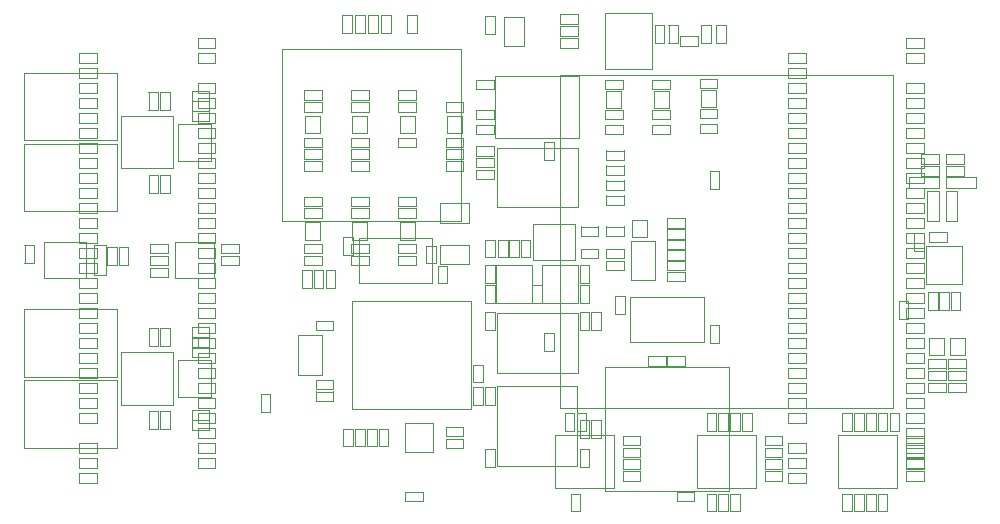
<source format=gbr>
%TF.GenerationSoftware,Altium Limited,Altium Designer,20.0.13 (296)*%
G04 Layer_Color=32768*
%FSLAX26Y26*%
%MOIN*%
%TF.FileFunction,Other,Mechanical_15*%
%TF.Part,Single*%
G01*
G75*
%TA.AperFunction,NonConductor*%
%ADD59C,0.003937*%
%ADD62C,0.001968*%
%ADD63C,0.000787*%
D59*
X2893701Y29527D02*
Y206693D01*
X2696850D02*
X2893701D01*
X2696850Y29527D02*
Y206693D01*
Y29527D02*
X2893701D01*
X1098472Y712402D02*
X1343472D01*
Y862402D01*
X1098472D02*
X1343472D01*
X1098472Y712402D02*
Y862402D01*
X1948819Y29527D02*
Y206693D01*
X1751968D02*
X1948819D01*
X1751968Y29527D02*
Y206693D01*
Y29527D02*
X1948819D01*
X2421260D02*
Y206693D01*
X2224409D02*
X2421260D01*
X2224409Y29527D02*
Y206693D01*
Y29527D02*
X2421260D01*
X2247984Y515551D02*
Y665551D01*
X2002984Y515551D02*
X2247984D01*
X2002984D02*
Y665551D01*
X2247984D01*
D62*
X1368323Y774087D02*
X1466323D01*
X1368323D02*
Y840087D01*
X1466323D01*
Y774087D02*
Y840087D01*
X497181Y332701D02*
Y454701D01*
X605181D01*
X497181Y332701D02*
X605181D01*
Y454701D01*
X1557913Y103221D02*
X1826913D01*
Y370221D01*
X1557913D02*
X1826913D01*
X1557913Y103221D02*
Y370221D01*
X1558913Y1161992D02*
X1827913D01*
X1558913Y963992D02*
Y1161992D01*
Y963992D02*
X1827913D01*
Y1161992D01*
X1919291Y433071D02*
X2332677D01*
Y19685D02*
Y433071D01*
X1919291Y19685D02*
X2332677D01*
X1919291D02*
Y433071D01*
X1829685Y644661D02*
Y772661D01*
X1709685Y644661D02*
X1829685D01*
X1709685D02*
Y772661D01*
X1829685D01*
X1679606Y907244D02*
X1819606D01*
Y787244D02*
Y907244D01*
X1679606Y787244D02*
X1819606D01*
X1679606D02*
Y907244D01*
X2007480Y864701D02*
X2057480D01*
X2007480Y922701D02*
X2057480D01*
X2007480Y864701D02*
Y922701D01*
X2057480Y864701D02*
Y922701D01*
X1831913Y1196213D02*
Y1402213D01*
X1553913Y1196213D02*
X1831913D01*
X1553913Y1402213D02*
X1831913D01*
X1553913Y1196213D02*
Y1402213D01*
X2007244Y722402D02*
Y852402D01*
X2087244Y722402D02*
Y852402D01*
X2007244D02*
X2087244D01*
X2007244Y722402D02*
X2087244D01*
X1252213Y149850D02*
Y243850D01*
Y149850D02*
X1346213D01*
Y243850D01*
X1252213D02*
X1346213D01*
X1075032Y293441D02*
X1472032D01*
X1075032D02*
Y652441D01*
X1472032D01*
Y293441D02*
Y652441D01*
X306701Y306701D02*
Y480701D01*
Y306701D02*
X480701D01*
Y480701D01*
X306701D02*
X480701D01*
X2992811Y1017992D02*
X3030811D01*
X2992811Y917992D02*
X3030811D01*
Y1017992D01*
X2992811Y917992D02*
Y1017992D01*
X1767835Y1406772D02*
X2877835D01*
X1767835Y296772D02*
X2877835D01*
X1767835D02*
Y1406772D01*
X2877835Y296772D02*
Y1406772D01*
X896614Y539441D02*
X976614D01*
Y406441D02*
Y539441D01*
X896614Y406441D02*
X976614D01*
X896614D02*
Y539441D01*
X1919708Y1424937D02*
Y1612937D01*
X2076708Y1424937D02*
Y1612937D01*
X1919708Y1424937D02*
X2076708D01*
X1919708Y1612937D02*
X2076708D01*
X842732Y1491047D02*
X1440732D01*
X842732Y919047D02*
X1440732D01*
Y1491047D01*
X842732Y919047D02*
Y1491047D01*
X292795Y399811D02*
Y623811D01*
X-17205D02*
X292795D01*
X-17205Y399811D02*
Y623811D01*
Y399811D02*
X292795D01*
X217220Y737402D02*
X255220D01*
X217220Y837402D02*
X255220D01*
X217220Y737402D02*
Y837402D01*
X255220Y737402D02*
Y837402D01*
X292795Y950992D02*
Y1174992D01*
X-17205D02*
X292795D01*
X-17205Y950992D02*
Y1174992D01*
Y950992D02*
X292795D01*
Y1187213D02*
Y1411213D01*
X-17205D02*
X292795D01*
X-17205Y1187213D02*
Y1411213D01*
Y1187213D02*
X292795D01*
Y163591D02*
Y387591D01*
X-17205D02*
X292795D01*
X-17205Y163591D02*
Y387591D01*
Y163591D02*
X292795D01*
X3155807Y1027732D02*
Y1065732D01*
X3055807Y1027732D02*
Y1065732D01*
Y1027732D02*
X3155807D01*
X3055807Y1065732D02*
X3155807D01*
X2930807Y1027732D02*
Y1065732D01*
X3030807Y1027732D02*
Y1065732D01*
X2930807D02*
X3030807D01*
X2930807Y1027732D02*
X3030807D01*
X1368323Y911882D02*
X1466323D01*
X1368323D02*
Y977882D01*
X1466323D01*
Y911882D02*
Y977882D01*
X1648000Y1501000D02*
Y1599000D01*
X1582000D02*
X1648000D01*
X1582000Y1501000D02*
Y1599000D01*
Y1501000D02*
X1648000D01*
X3055803Y1017992D02*
X3093803D01*
X3055803Y917992D02*
X3093803D01*
Y1017992D01*
X3055803Y917992D02*
Y1017992D01*
X306701Y1094102D02*
Y1268102D01*
Y1094102D02*
X480701D01*
Y1268102D01*
X306701D02*
X480701D01*
X3067441Y471748D02*
X3117441D01*
X3067441Y529748D02*
X3117441D01*
Y471748D02*
Y529748D01*
X3067441Y471748D02*
Y529748D01*
X2999685Y471748D02*
X3049685D01*
X2999685Y529748D02*
X3049685D01*
Y471748D02*
Y529748D01*
X2999685Y471748D02*
Y529748D01*
X1392323Y1211158D02*
X1442323D01*
X1392323Y1269158D02*
X1442323D01*
Y1211158D02*
Y1269158D01*
X1392323Y1211158D02*
Y1269158D01*
X1234842Y1211158D02*
X1284842D01*
X1234842Y1269158D02*
X1284842D01*
Y1211158D02*
Y1269158D01*
X1234842Y1211158D02*
Y1269158D01*
X1077362Y1211158D02*
X1127362D01*
X1077362Y1269158D02*
X1127362D01*
Y1211158D02*
Y1269158D01*
X1077362Y1211158D02*
Y1269158D01*
X919882Y1211158D02*
X969882D01*
X919882Y1269158D02*
X969882D01*
Y1211158D02*
Y1269158D01*
X919882Y1211158D02*
Y1269158D01*
X2081299Y1295213D02*
X2131299D01*
X2081299Y1353213D02*
X2131299D01*
X2081299Y1295213D02*
Y1353213D01*
X2131299Y1295213D02*
Y1353213D01*
X1923819Y1295213D02*
X1973819D01*
X1923819Y1353213D02*
X1973819D01*
X1923819Y1295213D02*
Y1353213D01*
X1973819Y1295213D02*
Y1353213D01*
X2238780Y1298165D02*
X2288780D01*
X2238780Y1356165D02*
X2288780D01*
X2238780Y1298165D02*
Y1356165D01*
X2288780Y1298165D02*
Y1356165D01*
X1077362Y914827D02*
X1127362D01*
X1077362Y856827D02*
X1127362D01*
X1077362D02*
Y914827D01*
X1127362Y856827D02*
Y914827D01*
X1234842D02*
X1284842D01*
X1234842Y856827D02*
X1284842D01*
X1234842D02*
Y914827D01*
X1284842Y856827D02*
Y914827D01*
X919882D02*
X969882D01*
X919882Y856827D02*
X969882D01*
X919882D02*
Y914827D01*
X969882Y856827D02*
Y914827D01*
X497181Y1120102D02*
Y1242102D01*
X605181D01*
X497181Y1120102D02*
X605181D01*
Y1242102D01*
X2989213Y707142D02*
Y835142D01*
Y707142D02*
X3109213D01*
Y835142D01*
X2989213D02*
X3109213D01*
X487181Y847402D02*
X615181D01*
X487181Y727402D02*
Y847402D01*
Y727402D02*
X615181D01*
Y847402D01*
X188110Y727402D02*
Y847402D01*
X48110Y727402D02*
X188110D01*
X48110D02*
Y847402D01*
X188110D01*
X1676142Y644661D02*
Y772661D01*
X1556142Y644661D02*
X1676142D01*
X1556142D02*
Y772661D01*
X1676142D01*
X1827913Y412811D02*
Y610811D01*
X1558913Y412811D02*
X1827913D01*
X1558913D02*
Y610811D01*
X1827913D01*
D63*
X915354Y1196850D02*
X974409D01*
X915354Y1165354D02*
X974409D01*
X915354Y1165102D02*
Y1196599D01*
X974409Y1165102D02*
Y1196599D01*
X1981890Y869150D02*
Y900646D01*
X1922835Y869150D02*
Y900646D01*
Y900394D02*
X1981890D01*
X1922835Y868898D02*
X1981890D01*
X2117401Y1511811D02*
Y1570866D01*
X2085905Y1511811D02*
Y1570866D01*
X2085653D02*
X2117149D01*
X2085653Y1511811D02*
X2117149D01*
X167323Y596654D02*
X226378D01*
X167323Y628150D02*
X226378D01*
X167323Y596905D02*
Y628402D01*
X226378Y596905D02*
Y628402D01*
X397638Y1013779D02*
Y1072835D01*
X429134Y1013779D02*
Y1072835D01*
X397890Y1013779D02*
X429386D01*
X397890Y1072835D02*
X429386D01*
X468504Y1013779D02*
Y1072835D01*
X437008Y1013779D02*
Y1072835D01*
X436756D02*
X468252D01*
X436756Y1013779D02*
X468252D01*
X437008Y1289370D02*
Y1348425D01*
X468504Y1289370D02*
Y1348425D01*
X437260Y1289370D02*
X468756D01*
X437260Y1348425D02*
X468756D01*
X429134Y1289370D02*
Y1348425D01*
X397638Y1289370D02*
Y1348425D01*
X397386D02*
X428882D01*
X397386Y1289370D02*
X428882D01*
X397638Y226378D02*
Y285433D01*
X429134Y226378D02*
Y285433D01*
X397890Y226378D02*
X429386D01*
X397890Y285433D02*
X429386D01*
X468504Y226378D02*
Y285433D01*
X437008Y226378D02*
Y285433D01*
X436756D02*
X468252D01*
X436756Y226378D02*
X468252D01*
X397638Y501969D02*
Y561024D01*
X429134Y501969D02*
Y561024D01*
X397890Y501969D02*
X429386D01*
X397890Y561024D02*
X429386D01*
X468504Y501969D02*
Y561024D01*
X437008Y501969D02*
Y561024D01*
X436756D02*
X468252D01*
X436756Y501969D02*
X468252D01*
X541338Y254724D02*
X600394D01*
X541338Y223228D02*
X600394D01*
X541338Y222976D02*
Y254472D01*
X600394Y222976D02*
Y254472D01*
X3055709Y1070354D02*
X3114764D01*
X3055709Y1101850D02*
X3114764D01*
Y1070606D02*
Y1102102D01*
X3055709Y1070606D02*
Y1102102D01*
Y1109724D02*
X3114764D01*
X3055709Y1141220D02*
X3114764D01*
Y1109976D02*
Y1141472D01*
X3055709Y1109976D02*
Y1141472D01*
X3070866Y623504D02*
Y682559D01*
X3102362Y623504D02*
Y682559D01*
X3071118Y623504D02*
X3102614D01*
X3071118Y682559D02*
X3102614D01*
X3027559Y623504D02*
Y682559D01*
X2996063Y623504D02*
Y682559D01*
X2995811D02*
X3027307D01*
X2995811Y623504D02*
X3027307D01*
X2980748Y818543D02*
Y877598D01*
X2949252Y818543D02*
Y877598D01*
X2949000D02*
X2980496D01*
X2949000Y818543D02*
X2980496D01*
X2971850Y1101850D02*
X3030906D01*
X2971850Y1070354D02*
X3030906D01*
X2971850Y1070102D02*
Y1101599D01*
X3030906Y1070102D02*
Y1101599D01*
X2971850Y1141220D02*
X3030906D01*
X2971850Y1109724D02*
X3030906D01*
X2971850Y1109472D02*
Y1140968D01*
X3030906Y1109472D02*
Y1140968D01*
X639764Y842520D02*
X698819D01*
X639764Y811024D02*
X698819D01*
X639764Y810772D02*
Y842268D01*
X698819Y810772D02*
Y842268D01*
X403543Y763779D02*
X462599D01*
X403543Y732284D02*
X462599D01*
X403543Y732032D02*
Y763528D01*
X462599Y732032D02*
Y763528D01*
X403543Y811024D02*
X462599D01*
X403543Y842520D02*
X462599D01*
Y811276D02*
Y842772D01*
X403543Y811276D02*
Y842772D01*
X15748Y778346D02*
Y837402D01*
X-15748Y778346D02*
Y837402D01*
X-16000D02*
X15496D01*
X-16000Y778346D02*
X15496D01*
X259843Y771949D02*
Y831004D01*
X291339Y771949D02*
Y831004D01*
X260094Y771949D02*
X291591D01*
X260094Y831004D02*
X291591D01*
X330709Y771949D02*
Y831004D01*
X299213Y771949D02*
Y831004D01*
X298961D02*
X330457D01*
X298961Y771949D02*
X330457D01*
X2897638Y592716D02*
Y651772D01*
X2929134Y592716D02*
Y651772D01*
X2897890Y592716D02*
X2929386D01*
X2897890Y651772D02*
X2929386D01*
X2267716Y1025394D02*
Y1084449D01*
X2299213Y1025394D02*
Y1084449D01*
X2267968D02*
X2299465D01*
X2267968Y1025394D02*
X2299465D01*
X1922047Y972244D02*
X1981102D01*
X1922047Y1003740D02*
X1981102D01*
X1922047Y972496D02*
Y1003992D01*
X1981102Y972496D02*
Y1003992D01*
X1922047Y1022244D02*
X1981102D01*
X1922047Y1053740D02*
X1981102D01*
X1922047Y1022496D02*
Y1053992D01*
X1981102Y1022496D02*
Y1053992D01*
X1922047Y1122244D02*
X1981102D01*
X1922047Y1153740D02*
X1981102D01*
X1922047Y1122496D02*
Y1153992D01*
X1981102Y1122496D02*
Y1153992D01*
X1922047Y1072244D02*
X1981102D01*
X1922047Y1103740D02*
X1981102D01*
X1922047Y1072496D02*
Y1103992D01*
X1981102Y1072496D02*
Y1103992D01*
X2271259Y1511811D02*
Y1570866D01*
X2239763Y1511811D02*
Y1570866D01*
X2239511D02*
X2271007D01*
X2239511Y1511811D02*
X2271007D01*
X2162401D02*
Y1570866D01*
X2130905Y1511811D02*
Y1570866D01*
X2130653D02*
X2162149D01*
X2130653Y1511811D02*
X2162149D01*
X3062913Y458740D02*
X3121968D01*
X3062913Y427244D02*
X3121968D01*
X3062913Y426992D02*
Y458488D01*
X3121968Y426992D02*
Y458488D01*
X2995157Y458740D02*
X3054213D01*
X2995157Y427244D02*
X3054213D01*
X2995157Y426992D02*
Y458488D01*
X3054213Y426992D02*
Y458488D01*
X1978346Y131890D02*
X2037402D01*
X1978346Y163386D02*
X2037402D01*
Y132142D02*
Y163638D01*
X1978346Y132142D02*
Y163638D01*
Y92520D02*
X2037402D01*
X1978346Y124016D02*
X2037402D01*
Y92772D02*
Y124268D01*
X1978346Y92772D02*
Y124268D01*
Y53150D02*
X2037402D01*
X1978346Y84646D02*
X2037402D01*
Y53401D02*
Y84898D01*
X1978346Y53401D02*
Y84898D01*
X1816929Y218504D02*
Y277559D01*
X1785433Y218504D02*
Y277559D01*
X1785181D02*
X1816677D01*
X1785181Y218504D02*
X1816677D01*
X1856299D02*
Y277559D01*
X1824803Y218504D02*
Y277559D01*
X1824551D02*
X1856047D01*
X1824551Y218504D02*
X1856047D01*
X1805118Y-49213D02*
Y9843D01*
X1836614Y-49213D02*
Y9843D01*
X1805370Y-49213D02*
X1836866D01*
X1805370Y9843D02*
X1836866D01*
X2450787Y171260D02*
X2509843D01*
X2450787Y202756D02*
X2509843D01*
Y171512D02*
Y203008D01*
X2450787Y171512D02*
Y203008D01*
Y131890D02*
X2509843D01*
X2450787Y163386D02*
X2509843D01*
Y132142D02*
Y163638D01*
X2450787Y132142D02*
Y163638D01*
Y92520D02*
X2509843D01*
X2450787Y124016D02*
X2509843D01*
Y92772D02*
Y124268D01*
X2450787Y92772D02*
Y124268D01*
X2289370Y218504D02*
Y277559D01*
X2257874Y218504D02*
Y277559D01*
X2257622D02*
X2289118D01*
X2257622Y218504D02*
X2289118D01*
X2328740D02*
Y277559D01*
X2297244Y218504D02*
Y277559D01*
X2296992D02*
X2328488D01*
X2296992Y218504D02*
X2328488D01*
X2368110D02*
Y277559D01*
X2336614Y218504D02*
Y277559D01*
X2336362D02*
X2367858D01*
X2336362Y218504D02*
X2367858D01*
X2257874Y-49213D02*
Y9843D01*
X2289370Y-49213D02*
Y9843D01*
X2258126Y-49213D02*
X2289622D01*
X2258126Y9843D02*
X2289622D01*
X2297244Y-49213D02*
Y9843D01*
X2328740Y-49213D02*
Y9843D01*
X2297496Y-49213D02*
X2328992D01*
X2297496Y9843D02*
X2328992D01*
X2336614Y-49213D02*
Y9843D01*
X2368110Y-49213D02*
Y9843D01*
X2336866Y-49213D02*
X2368362D01*
X2336866Y9843D02*
X2368362D01*
X2923228Y131890D02*
X2982284D01*
X2923228Y163386D02*
X2982284D01*
Y132142D02*
Y163638D01*
X2923228Y132142D02*
Y163638D01*
Y92520D02*
X2982284D01*
X2923228Y124016D02*
X2982284D01*
Y92772D02*
Y124268D01*
X2923228Y92772D02*
Y124268D01*
Y53150D02*
X2982284D01*
X2923228Y84646D02*
X2982284D01*
Y53401D02*
Y84898D01*
X2923228Y53401D02*
Y84898D01*
X2742126Y218504D02*
Y277559D01*
X2710630Y218504D02*
Y277559D01*
X2710378D02*
X2741874D01*
X2710378Y218504D02*
X2741874D01*
X2781496D02*
Y277559D01*
X2750000Y218504D02*
Y277559D01*
X2749748D02*
X2781244D01*
X2749748Y218504D02*
X2781244D01*
X2820866D02*
Y277559D01*
X2789370Y218504D02*
Y277559D01*
X2789118D02*
X2820614D01*
X2789118Y218504D02*
X2820614D01*
X2860236D02*
Y277559D01*
X2828740Y218504D02*
Y277559D01*
X2828488D02*
X2859984D01*
X2828488Y218504D02*
X2859984D01*
X2710630Y-49213D02*
Y9843D01*
X2742126Y-49213D02*
Y9843D01*
X2710882Y-49213D02*
X2742378D01*
X2710882Y9843D02*
X2742378D01*
X2750000Y-49213D02*
Y9843D01*
X2781496Y-49213D02*
Y9843D01*
X2750252Y-49213D02*
X2781748D01*
X2750252Y9843D02*
X2781748D01*
X2789370Y-49213D02*
Y9843D01*
X2820866Y-49213D02*
Y9843D01*
X2789622Y-49213D02*
X2821118D01*
X2789622Y9843D02*
X2821118D01*
X2828740Y-49213D02*
Y9843D01*
X2860236Y-49213D02*
Y9843D01*
X2828992Y-49213D02*
X2860488D01*
X2828992Y9843D02*
X2860488D01*
X1387795Y1157480D02*
X1446850D01*
X1387795Y1125984D02*
X1446850D01*
X1387795Y1125732D02*
Y1157228D01*
X1446850Y1125732D02*
Y1157228D01*
X1387795Y1283465D02*
X1446850D01*
X1387795Y1314961D02*
X1446850D01*
Y1283716D02*
Y1315213D01*
X1387795Y1283716D02*
Y1315213D01*
X1230315Y1322835D02*
X1289370D01*
X1230315Y1354331D02*
X1289370D01*
Y1323087D02*
Y1354583D01*
X1230315Y1323087D02*
Y1354583D01*
X1072835Y1157480D02*
X1131890D01*
X1072835Y1125984D02*
X1131890D01*
X1072835Y1125732D02*
Y1157228D01*
X1131890Y1125732D02*
Y1157228D01*
X1072835Y1322835D02*
X1131890D01*
X1072835Y1354331D02*
X1131890D01*
Y1323087D02*
Y1354583D01*
X1072835Y1323087D02*
Y1354583D01*
X915354Y1157480D02*
X974409D01*
X915354Y1125984D02*
X974409D01*
X915354Y1125732D02*
Y1157228D01*
X974409Y1125732D02*
Y1157228D01*
X915354Y1322835D02*
X974409D01*
X915354Y1354331D02*
X974409D01*
Y1323087D02*
Y1354583D01*
X915354Y1323087D02*
Y1354583D01*
X1677417Y646260D02*
X1708913D01*
X1677417Y705315D02*
X1708913D01*
X1708661Y646260D02*
Y705315D01*
X1677165Y646260D02*
Y705315D01*
X1834394D02*
X1865890D01*
X1834394Y646260D02*
X1865890D01*
X1834646D02*
Y705315D01*
X1866142Y646260D02*
Y705315D01*
X1519433Y771063D02*
X1550929D01*
X1519433Y712008D02*
X1550929D01*
X1519685D02*
Y771063D01*
X1551181Y712008D02*
Y771063D01*
X1600646Y797244D02*
X1632142D01*
X1600646Y856299D02*
X1632142D01*
X1631890Y797244D02*
Y856299D01*
X1600394Y797244D02*
Y856299D01*
X2122835Y437260D02*
Y468756D01*
X2063780Y437260D02*
Y468756D01*
Y468504D02*
X2122835D01*
X2063780Y437008D02*
X2122835D01*
X2185827Y437260D02*
Y468756D01*
X2126772Y437260D02*
Y468756D01*
Y468504D02*
X2185827D01*
X2126772Y437008D02*
X2185827D01*
X2217323Y-15496D02*
Y16000D01*
X2158268Y-15496D02*
Y16000D01*
Y15748D02*
X2217323D01*
X2158268Y-15748D02*
X2217323D01*
X2076772Y1289961D02*
X2135827D01*
X2076772Y1258465D02*
X2135827D01*
Y1258213D02*
Y1289709D01*
X2076772Y1258213D02*
Y1289709D01*
Y1389961D02*
X2135827D01*
X2076772Y1358465D02*
X2135827D01*
Y1358213D02*
Y1389709D01*
X2076772Y1358213D02*
Y1389709D01*
X1519685Y1541535D02*
Y1600591D01*
X1551181Y1541535D02*
Y1600591D01*
X1519937D02*
X1551433D01*
X1519937Y1541535D02*
X1551433D01*
X1919291Y1289961D02*
X1978347D01*
X1919291Y1258465D02*
X1978347D01*
Y1258213D02*
Y1289709D01*
X1919291Y1258213D02*
Y1289709D01*
Y1389961D02*
X1978347D01*
X1919291Y1358465D02*
X1978347D01*
Y1358213D02*
Y1389709D01*
X1919291Y1358213D02*
Y1389709D01*
X2234252Y1292913D02*
X2293307D01*
X2234252Y1261417D02*
X2293307D01*
Y1261165D02*
Y1292661D01*
X2234252Y1261165D02*
Y1292661D01*
Y1392914D02*
X2293307D01*
X2234252Y1361418D02*
X2293307D01*
Y1361166D02*
Y1392662D01*
X2234252Y1361166D02*
Y1392662D01*
X1952504Y667323D02*
X1984000D01*
X1952504Y608268D02*
X1984000D01*
X1952756D02*
Y667323D01*
X1984252Y608268D02*
Y667323D01*
X2267465Y572835D02*
X2298961D01*
X2267465Y513779D02*
X2298961D01*
X2267717D02*
Y572835D01*
X2299213Y513779D02*
Y572835D01*
X1873764Y254724D02*
X1905260D01*
X1873764Y195669D02*
X1905260D01*
X1874016D02*
Y254724D01*
X1905512Y195669D02*
Y254724D01*
X1129976Y1545275D02*
X1161473D01*
X1129976Y1604331D02*
X1161473D01*
X1161220Y1545275D02*
Y1604331D01*
X1129725Y1545275D02*
Y1604331D01*
X1519937Y554921D02*
X1551433D01*
X1519937Y613976D02*
X1551433D01*
X1551181Y554921D02*
Y613976D01*
X1519685Y554921D02*
Y613976D01*
X1834394D02*
X1865890D01*
X1834394Y554921D02*
X1865890D01*
X1834646D02*
Y613976D01*
X1866142Y554921D02*
Y613976D01*
X1834394Y159252D02*
X1865890D01*
X1834394Y100197D02*
X1865890D01*
X1834646D02*
Y159252D01*
X1866142Y100197D02*
Y159252D01*
X1519433D02*
X1550929D01*
X1519433Y100197D02*
X1550929D01*
X1519685D02*
Y159252D01*
X1551181Y100197D02*
Y159252D01*
X1519937Y304921D02*
X1551433D01*
X1519937Y363976D02*
X1551433D01*
X1551181Y304921D02*
Y363976D01*
X1519685Y304921D02*
Y363976D01*
X1157480Y167323D02*
Y226378D01*
X1125984Y167323D02*
Y226378D01*
X1125732D02*
X1157228D01*
X1125732Y167323D02*
X1157228D01*
X1196850D02*
Y226378D01*
X1165354Y167323D02*
Y226378D01*
X1165102D02*
X1196599D01*
X1165102Y167323D02*
X1196599D01*
X1387795Y161417D02*
X1446850D01*
X1387795Y192913D02*
X1446850D01*
Y161669D02*
Y193165D01*
X1387795Y161669D02*
Y193165D01*
X1086614Y167323D02*
Y226378D01*
X1118110Y167323D02*
Y226378D01*
X1086866Y167323D02*
X1118362D01*
X1086866Y226378D02*
X1118362D01*
X1078740Y167323D02*
Y226378D01*
X1047244Y167323D02*
Y226378D01*
X1046992D02*
X1078488D01*
X1046992Y167323D02*
X1078488D01*
X988441Y696063D02*
X1019937D01*
X988441Y755118D02*
X1019937D01*
X1019685Y696063D02*
Y755118D01*
X988189Y696063D02*
Y755118D01*
X771905Y282677D02*
X803402D01*
X771905Y341732D02*
X803402D01*
X803150Y282677D02*
Y341732D01*
X771654Y282677D02*
Y341732D01*
X1362457Y710630D02*
X1393953D01*
X1362457Y769685D02*
X1393953D01*
X1393701Y710630D02*
Y769685D01*
X1362205Y710630D02*
Y769685D01*
X1047496Y805118D02*
X1078992D01*
X1047496Y864173D02*
X1078992D01*
X1078740Y805118D02*
Y864173D01*
X1047244Y805118D02*
Y864173D01*
X1252756Y-15748D02*
X1311811D01*
X1252756Y15748D02*
X1311811D01*
X1252756Y-15496D02*
Y16000D01*
X1311811Y-15496D02*
Y16000D01*
X1480315Y381102D02*
Y440158D01*
X1511811Y381102D02*
Y440158D01*
X1480567D02*
X1512063D01*
X1480567Y381102D02*
X1512063D01*
X909449Y696063D02*
Y755118D01*
X940945Y696063D02*
Y755118D01*
X909701D02*
X941197D01*
X909701Y696063D02*
X941197D01*
X1072835Y968504D02*
X1131890D01*
X1072835Y1000000D02*
X1131890D01*
Y968756D02*
Y1000252D01*
X1072835Y968756D02*
Y1000252D01*
Y811024D02*
X1131890D01*
X1072835Y842520D02*
X1131890D01*
Y811276D02*
Y842772D01*
X1072835Y811276D02*
Y842772D01*
X1354331Y777559D02*
Y836614D01*
X1322835Y777559D02*
Y836614D01*
X1322583D02*
X1354079D01*
X1322583Y777559D02*
X1354079D01*
X1230315Y968504D02*
X1289370D01*
X1230315Y1000000D02*
X1289370D01*
Y968756D02*
Y1000252D01*
X1230315Y968756D02*
Y1000252D01*
Y811024D02*
X1289370D01*
X1230315Y842520D02*
X1289370D01*
Y811276D02*
Y842772D01*
X1230315Y811276D02*
Y842772D01*
X915354Y968504D02*
X974409D01*
X915354Y1000000D02*
X974409D01*
Y968756D02*
Y1000252D01*
X915354Y968756D02*
Y1000252D01*
Y811024D02*
X974409D01*
X915354Y842520D02*
X974409D01*
Y811276D02*
Y842772D01*
X915354Y811276D02*
Y842772D01*
X561024Y96402D02*
Y127898D01*
X620079Y96402D02*
Y127898D01*
X561024Y96654D02*
X620079D01*
X561024Y128150D02*
X620079D01*
X561024Y146402D02*
Y177898D01*
X620079Y146402D02*
Y177898D01*
X561024Y146654D02*
X620079D01*
X561024Y178150D02*
X620079D01*
X561024Y196402D02*
Y227898D01*
X620079Y196402D02*
Y227898D01*
X561024Y196654D02*
X620079D01*
X561024Y228150D02*
X620079D01*
X226378Y46906D02*
Y78402D01*
X167323Y46906D02*
Y78402D01*
Y78150D02*
X226378D01*
X167323Y46654D02*
X226378D01*
Y96906D02*
Y128402D01*
X167323Y96906D02*
Y128402D01*
Y128150D02*
X226378D01*
X167323Y96654D02*
X226378D01*
Y146905D02*
Y178402D01*
X167323Y146905D02*
Y178402D01*
Y178150D02*
X226378D01*
X167323Y146654D02*
X226378D01*
X2923228Y96402D02*
Y127898D01*
X2982284Y96402D02*
Y127898D01*
X2923228Y96654D02*
X2982284D01*
X2923228Y128150D02*
X2982284D01*
X2923228Y146402D02*
Y177898D01*
X2982284Y146402D02*
Y177898D01*
X2923228Y146654D02*
X2982284D01*
X2923228Y178150D02*
X2982284D01*
X2588583Y46906D02*
Y78402D01*
X2529528Y46906D02*
Y78402D01*
Y78150D02*
X2588583D01*
X2529528Y46654D02*
X2588583D01*
Y96906D02*
Y128402D01*
X2529528Y96906D02*
Y128402D01*
Y128150D02*
X2588583D01*
X2529528Y96654D02*
X2588583D01*
Y146905D02*
Y178402D01*
X2529528Y146905D02*
Y178402D01*
Y178150D02*
X2588583D01*
X2529528Y146654D02*
X2588583D01*
X561024Y1446402D02*
Y1477898D01*
X620079Y1446402D02*
Y1477898D01*
X561024Y1446654D02*
X620079D01*
X561024Y1478150D02*
X620079D01*
X561024Y1496402D02*
Y1527898D01*
X620079Y1496402D02*
Y1527898D01*
X561024Y1496654D02*
X620079D01*
X561024Y1528150D02*
X620079D01*
X226378Y1396906D02*
Y1428402D01*
X167323Y1396906D02*
Y1428402D01*
Y1428150D02*
X226378D01*
X167323Y1396654D02*
X226378D01*
Y1446906D02*
Y1478402D01*
X167323Y1446906D02*
Y1478402D01*
Y1478150D02*
X226378D01*
X167323Y1446654D02*
X226378D01*
X2923228Y1446402D02*
Y1477898D01*
X2982284Y1446402D02*
Y1477898D01*
X2923228Y1446654D02*
X2982284D01*
X2923228Y1478150D02*
X2982284D01*
X2923228Y1496402D02*
Y1527898D01*
X2982284Y1496402D02*
Y1527898D01*
X2923228Y1496654D02*
X2982284D01*
X2923228Y1528150D02*
X2982284D01*
X2588583Y1396906D02*
Y1428402D01*
X2529528Y1396906D02*
Y1428402D01*
Y1428150D02*
X2588583D01*
X2529528Y1396654D02*
X2588583D01*
Y1446906D02*
Y1478402D01*
X2529528Y1446906D02*
Y1478402D01*
Y1478150D02*
X2588583D01*
X2529528Y1446654D02*
X2588583D01*
X1488976Y1136811D02*
X1548032D01*
X1488976Y1168307D02*
X1548032D01*
X1488976Y1137063D02*
Y1168559D01*
X1548032Y1137063D02*
Y1168559D01*
X1922047Y754724D02*
X1981102D01*
X1922047Y786220D02*
X1981102D01*
X1922047Y754976D02*
Y786472D01*
X1981102Y754976D02*
Y786472D01*
X1922047Y794095D02*
X1981102D01*
X1922047Y825591D02*
X1981102D01*
X1922047Y794346D02*
Y825842D01*
X1981102Y794346D02*
Y825842D01*
X2126772Y789370D02*
X2185827D01*
X2126772Y820866D02*
X2185827D01*
X2126772Y789622D02*
Y821118D01*
X2185827Y789622D02*
Y821118D01*
X2126772Y860236D02*
X2185827D01*
X2126772Y891732D02*
X2185827D01*
X2126772Y860488D02*
Y891984D01*
X2185827Y860488D02*
Y891984D01*
X1669291Y797244D02*
Y856299D01*
X1637795Y797244D02*
Y856299D01*
X1637543Y797244D02*
X1669040D01*
X1637543Y856299D02*
X1669040D01*
X1488976Y1358465D02*
X1548032D01*
X1488976Y1389961D02*
X1548032D01*
X1488976Y1358716D02*
Y1390213D01*
X1548032Y1358716D02*
Y1390213D01*
X954724Y318898D02*
X1013780D01*
X954724Y350394D02*
X1013780D01*
Y319150D02*
Y350646D01*
X954724Y319150D02*
Y350646D01*
X226378Y646905D02*
Y678402D01*
X167323Y646905D02*
Y678402D01*
Y678150D02*
X226378D01*
X167323Y646654D02*
X226378D01*
Y696905D02*
Y728402D01*
X167323Y696905D02*
Y728402D01*
Y728150D02*
X226378D01*
X167323Y696654D02*
X226378D01*
Y746905D02*
Y778402D01*
X167323Y746905D02*
Y778402D01*
Y778150D02*
X226378D01*
X167323Y746654D02*
X226378D01*
Y796905D02*
Y828402D01*
X167323Y796905D02*
Y828402D01*
Y828150D02*
X226378D01*
X167323Y796654D02*
X226378D01*
Y846905D02*
Y878402D01*
X167323Y846905D02*
Y878402D01*
Y878150D02*
X226378D01*
X167323Y846654D02*
X226378D01*
Y896905D02*
Y928402D01*
X167323Y896905D02*
Y928402D01*
Y928150D02*
X226378D01*
X167323Y896654D02*
X226378D01*
Y946905D02*
Y978402D01*
X167323Y946905D02*
Y978402D01*
Y978150D02*
X226378D01*
X167323Y946654D02*
X226378D01*
Y996905D02*
Y1028402D01*
X167323Y996905D02*
Y1028402D01*
Y1028150D02*
X226378D01*
X167323Y996654D02*
X226378D01*
Y1046906D02*
Y1078402D01*
X167323Y1046906D02*
Y1078402D01*
Y1078150D02*
X226378D01*
X167323Y1046654D02*
X226378D01*
Y1096906D02*
Y1128402D01*
X167323Y1096906D02*
Y1128402D01*
Y1128150D02*
X226378D01*
X167323Y1096654D02*
X226378D01*
Y1146906D02*
Y1178402D01*
X167323Y1146906D02*
Y1178402D01*
Y1178150D02*
X226378D01*
X167323Y1146654D02*
X226378D01*
Y1196906D02*
Y1228402D01*
X167323Y1196906D02*
Y1228402D01*
Y1228150D02*
X226378D01*
X167323Y1196654D02*
X226378D01*
Y1246906D02*
Y1278402D01*
X167323Y1246906D02*
Y1278402D01*
Y1278150D02*
X226378D01*
X167323Y1246654D02*
X226378D01*
X2588583Y246905D02*
Y278402D01*
X2529528Y246905D02*
Y278402D01*
Y278150D02*
X2588583D01*
X2529528Y246654D02*
X2588583D01*
Y296906D02*
Y328402D01*
X2529528Y296906D02*
Y328402D01*
Y328150D02*
X2588583D01*
X2529528Y296654D02*
X2588583D01*
Y346906D02*
Y378402D01*
X2529528Y346906D02*
Y378402D01*
Y378150D02*
X2588583D01*
X2529528Y346654D02*
X2588583D01*
Y396906D02*
Y428402D01*
X2529528Y396906D02*
Y428402D01*
Y428150D02*
X2588583D01*
X2529528Y396654D02*
X2588583D01*
Y446906D02*
Y478402D01*
X2529528Y446906D02*
Y478402D01*
Y478150D02*
X2588583D01*
X2529528Y446654D02*
X2588583D01*
Y496906D02*
Y528402D01*
X2529528Y496906D02*
Y528402D01*
Y528150D02*
X2588583D01*
X2529528Y496654D02*
X2588583D01*
Y546905D02*
Y578402D01*
X2529528Y546905D02*
Y578402D01*
Y578150D02*
X2588583D01*
X2529528Y546654D02*
X2588583D01*
Y596905D02*
Y628402D01*
X2529528Y596905D02*
Y628402D01*
Y628150D02*
X2588583D01*
X2529528Y596654D02*
X2588583D01*
Y646905D02*
Y678402D01*
X2529528Y646905D02*
Y678402D01*
Y678150D02*
X2588583D01*
X2529528Y646654D02*
X2588583D01*
Y696905D02*
Y728402D01*
X2529528Y696905D02*
Y728402D01*
Y728150D02*
X2588583D01*
X2529528Y696654D02*
X2588583D01*
Y746905D02*
Y778402D01*
X2529528Y746905D02*
Y778402D01*
Y778150D02*
X2588583D01*
X2529528Y746654D02*
X2588583D01*
Y796905D02*
Y828402D01*
X2529528Y796905D02*
Y828402D01*
Y828150D02*
X2588583D01*
X2529528Y796654D02*
X2588583D01*
Y846905D02*
Y878402D01*
X2529528Y846905D02*
Y878402D01*
Y878150D02*
X2588583D01*
X2529528Y846654D02*
X2588583D01*
Y896905D02*
Y928402D01*
X2529528Y896905D02*
Y928402D01*
Y928150D02*
X2588583D01*
X2529528Y896654D02*
X2588583D01*
Y946905D02*
Y978402D01*
X2529528Y946905D02*
Y978402D01*
Y978150D02*
X2588583D01*
X2529528Y946654D02*
X2588583D01*
Y996905D02*
Y1028402D01*
X2529528Y996905D02*
Y1028402D01*
Y1028150D02*
X2588583D01*
X2529528Y996654D02*
X2588583D01*
Y1046906D02*
Y1078402D01*
X2529528Y1046906D02*
Y1078402D01*
Y1078150D02*
X2588583D01*
X2529528Y1046654D02*
X2588583D01*
Y1096906D02*
Y1128402D01*
X2529528Y1096906D02*
Y1128402D01*
Y1128150D02*
X2588583D01*
X2529528Y1096654D02*
X2588583D01*
Y1146906D02*
Y1178402D01*
X2529528Y1146906D02*
Y1178402D01*
Y1178150D02*
X2588583D01*
X2529528Y1146654D02*
X2588583D01*
Y1196906D02*
Y1228402D01*
X2529528Y1196906D02*
Y1228402D01*
Y1228150D02*
X2588583D01*
X2529528Y1196654D02*
X2588583D01*
Y1246906D02*
Y1278402D01*
X2529528Y1246906D02*
Y1278402D01*
Y1278150D02*
X2588583D01*
X2529528Y1246654D02*
X2588583D01*
Y1296906D02*
Y1328402D01*
X2529528Y1296906D02*
Y1328402D01*
Y1328150D02*
X2588583D01*
X2529528Y1296654D02*
X2588583D01*
Y1346906D02*
Y1378402D01*
X2529528Y1346906D02*
Y1378402D01*
Y1378150D02*
X2588583D01*
X2529528Y1346654D02*
X2588583D01*
X2923228Y196402D02*
Y227898D01*
X2982284Y196402D02*
Y227898D01*
X2923228Y196654D02*
X2982284D01*
X2923228Y228150D02*
X2982284D01*
X2923228Y246402D02*
Y277898D01*
X2982284Y246402D02*
Y277898D01*
X2923228Y246654D02*
X2982284D01*
X2923228Y278150D02*
X2982284D01*
X2923228Y296402D02*
Y327898D01*
X2982284Y296402D02*
Y327898D01*
X2923228Y296654D02*
X2982284D01*
X2923228Y328150D02*
X2982284D01*
X2923228Y346402D02*
Y377898D01*
X2982284Y346402D02*
Y377898D01*
X2923228Y346654D02*
X2982284D01*
X2923228Y378150D02*
X2982284D01*
X2923228Y396402D02*
Y427898D01*
X2982284Y396402D02*
Y427898D01*
X2923228Y396654D02*
X2982284D01*
X2923228Y428150D02*
X2982284D01*
X2923228Y446402D02*
Y477898D01*
X2982284Y446402D02*
Y477898D01*
X2923228Y446654D02*
X2982284D01*
X2923228Y478150D02*
X2982284D01*
X2923228Y496402D02*
Y527898D01*
X2982284Y496402D02*
Y527898D01*
X2923228Y496654D02*
X2982284D01*
X2923228Y528150D02*
X2982284D01*
X2923228Y546402D02*
Y577898D01*
X2982284Y546402D02*
Y577898D01*
X2923228Y546654D02*
X2982284D01*
X2923228Y578150D02*
X2982284D01*
X2923228Y796402D02*
Y827898D01*
X2982284Y796402D02*
Y827898D01*
X2923228Y796654D02*
X2982284D01*
X2923228Y828150D02*
X2982284D01*
X2923228Y746402D02*
Y777898D01*
X2982284Y746402D02*
Y777898D01*
X2923228Y746654D02*
X2982284D01*
X2923228Y778150D02*
X2982284D01*
X2923228Y696402D02*
Y727898D01*
X2982284Y696402D02*
Y727898D01*
X2923228Y696654D02*
X2982284D01*
X2923228Y728150D02*
X2982284D01*
X2923228Y646402D02*
Y677898D01*
X2982284Y646402D02*
Y677898D01*
X2923228Y646654D02*
X2982284D01*
X2923228Y678150D02*
X2982284D01*
X2923228Y1346402D02*
Y1377898D01*
X2982284Y1346402D02*
Y1377898D01*
X2923228Y1346654D02*
X2982284D01*
X2923228Y1378150D02*
X2982284D01*
X2923228Y1296402D02*
Y1327898D01*
X2982284Y1296402D02*
Y1327898D01*
X2923228Y1296654D02*
X2982284D01*
X2923228Y1328150D02*
X2982284D01*
X2923228Y1246402D02*
Y1277898D01*
X2982284Y1246402D02*
Y1277898D01*
X2923228Y1246654D02*
X2982284D01*
X2923228Y1278150D02*
X2982284D01*
X2923228Y1196402D02*
Y1227898D01*
X2982284Y1196402D02*
Y1227898D01*
X2923228Y1196654D02*
X2982284D01*
X2923228Y1228150D02*
X2982284D01*
X2923228Y1146402D02*
Y1177898D01*
X2982284Y1146402D02*
Y1177898D01*
X2923228Y1146654D02*
X2982284D01*
X2923228Y1178150D02*
X2982284D01*
X2923228Y1096402D02*
Y1127898D01*
X2982284Y1096402D02*
Y1127898D01*
X2923228Y1096654D02*
X2982284D01*
X2923228Y1128150D02*
X2982284D01*
X2923228Y1046402D02*
Y1077898D01*
X2982284Y1046402D02*
Y1077898D01*
X2923228Y1046654D02*
X2982284D01*
X2923228Y1078150D02*
X2982284D01*
X2923228Y996402D02*
Y1027898D01*
X2982284Y996402D02*
Y1027898D01*
X2923228Y996654D02*
X2982284D01*
X2923228Y1028150D02*
X2982284D01*
X561024Y1346401D02*
Y1377897D01*
X620079Y1346401D02*
Y1377897D01*
X561024Y1346653D02*
X620079D01*
X561024Y1378149D02*
X620079D01*
X561024Y1296401D02*
Y1327897D01*
X620079Y1296401D02*
Y1327897D01*
X561024Y1296653D02*
X620079D01*
X561024Y1328149D02*
X620079D01*
X561024Y1246401D02*
Y1277897D01*
X620079Y1246401D02*
Y1277897D01*
X561024Y1246653D02*
X620079D01*
X561024Y1278149D02*
X620079D01*
X561024Y1196401D02*
Y1227897D01*
X620079Y1196401D02*
Y1227897D01*
X561024Y1196653D02*
X620079D01*
X561024Y1228149D02*
X620079D01*
X561024Y1146401D02*
Y1177898D01*
X620079Y1146401D02*
Y1177898D01*
X561024Y1146653D02*
X620079D01*
X561024Y1178149D02*
X620079D01*
X561024Y1096401D02*
Y1127898D01*
X620079Y1096401D02*
Y1127898D01*
X561024Y1096653D02*
X620079D01*
X561024Y1128149D02*
X620079D01*
X561024Y1046402D02*
Y1077898D01*
X620079Y1046402D02*
Y1077898D01*
X561024Y1046654D02*
X620079D01*
X561024Y1078150D02*
X620079D01*
X561024Y996402D02*
Y1027898D01*
X620079Y996402D02*
Y1027898D01*
X561024Y996654D02*
X620079D01*
X561024Y1028150D02*
X620079D01*
X561024Y296402D02*
Y327898D01*
X620079Y296402D02*
Y327898D01*
X561024Y296654D02*
X620079D01*
X561024Y328150D02*
X620079D01*
X561024Y246402D02*
Y277898D01*
X620079Y246402D02*
Y277898D01*
X561024Y246654D02*
X620079D01*
X561024Y278150D02*
X620079D01*
X561024Y396402D02*
Y427898D01*
X620079Y396402D02*
Y427898D01*
X561024Y396654D02*
X620079D01*
X561024Y428150D02*
X620079D01*
X561024Y346402D02*
Y377898D01*
X620079Y346402D02*
Y377898D01*
X561024Y346654D02*
X620079D01*
X561024Y378150D02*
X620079D01*
X561024Y496402D02*
Y527898D01*
X620079Y496402D02*
Y527898D01*
X561024Y496654D02*
X620079D01*
X561024Y528150D02*
X620079D01*
X561024Y446402D02*
Y477898D01*
X620079Y446402D02*
Y477898D01*
X561024Y446654D02*
X620079D01*
X561024Y478150D02*
X620079D01*
X561024Y596402D02*
Y627898D01*
X620079Y596402D02*
Y627898D01*
X561024Y596654D02*
X620079D01*
X561024Y628150D02*
X620079D01*
X561024Y546402D02*
Y577898D01*
X620079Y546402D02*
Y577898D01*
X561024Y546654D02*
X620079D01*
X561024Y578150D02*
X620079D01*
X561024Y696402D02*
Y727898D01*
X620079Y696402D02*
Y727898D01*
X561024Y696654D02*
X620079D01*
X561024Y728150D02*
X620079D01*
X561024Y646402D02*
Y677898D01*
X620079Y646402D02*
Y677898D01*
X561024Y646654D02*
X620079D01*
X561024Y678150D02*
X620079D01*
X561024Y796402D02*
Y827898D01*
X620079Y796402D02*
Y827898D01*
X561024Y796654D02*
X620079D01*
X561024Y828150D02*
X620079D01*
X561024Y746402D02*
Y777898D01*
X620079Y746402D02*
Y777898D01*
X561024Y746654D02*
X620079D01*
X561024Y778150D02*
X620079D01*
X561024Y846402D02*
Y877898D01*
X620079Y846402D02*
Y877898D01*
X561024Y846654D02*
X620079D01*
X561024Y878150D02*
X620079D01*
X561024Y896402D02*
Y927898D01*
X620079Y896402D02*
Y927898D01*
X561024Y896654D02*
X620079D01*
X561024Y928150D02*
X620079D01*
X561024Y946402D02*
Y977898D01*
X620079Y946402D02*
Y977898D01*
X561024Y946654D02*
X620079D01*
X561024Y978150D02*
X620079D01*
X226378Y1296906D02*
Y1328402D01*
X167323Y1296906D02*
Y1328402D01*
Y1328150D02*
X226378D01*
X167323Y1296654D02*
X226378D01*
Y1346906D02*
Y1378402D01*
X167323Y1346906D02*
Y1378402D01*
Y1378150D02*
X226378D01*
X167323Y1346654D02*
X226378D01*
X2923228Y596402D02*
Y627898D01*
X2982284Y596402D02*
Y627898D01*
X2923228Y596654D02*
X2982284D01*
X2923228Y628150D02*
X2982284D01*
X2923228Y846402D02*
Y877898D01*
X2982284Y846402D02*
Y877898D01*
X2923228Y846654D02*
X2982284D01*
X2923228Y878150D02*
X2982284D01*
X2923228Y896402D02*
Y927898D01*
X2982284Y896402D02*
Y927898D01*
X2923228Y896654D02*
X2982284D01*
X2923228Y928150D02*
X2982284D01*
X2923228Y946402D02*
Y977898D01*
X2982284Y946402D02*
Y977898D01*
X2923228Y946654D02*
X2982284D01*
X2923228Y978150D02*
X2982284D01*
X2321259Y1511811D02*
Y1570866D01*
X2289763Y1511811D02*
Y1570866D01*
X2289511D02*
X2321007D01*
X2289511Y1511811D02*
X2321007D01*
X541338Y1252362D02*
X600394D01*
X541338Y1283858D02*
X600394D01*
Y1252614D02*
Y1284110D01*
X541338Y1252614D02*
Y1284110D01*
Y1286220D02*
X600394D01*
X541338Y1317716D02*
X600394D01*
Y1286472D02*
Y1317968D01*
X541338Y1286472D02*
Y1317968D01*
Y1351575D02*
X600394D01*
X541338Y1320079D02*
X600394D01*
X541338Y1319827D02*
Y1351323D01*
X600394Y1319827D02*
Y1351323D01*
X541338Y464961D02*
X600394D01*
X541338Y496457D02*
X600394D01*
Y465213D02*
Y496709D01*
X541338Y465213D02*
Y496709D01*
Y498819D02*
X600394D01*
X541338Y530315D02*
X600394D01*
Y499071D02*
Y530567D01*
X541338Y499071D02*
Y530567D01*
Y288583D02*
X600394D01*
X541338Y257087D02*
X600394D01*
X541338Y256835D02*
Y288331D01*
X600394Y256835D02*
Y288331D01*
X541338Y564173D02*
X600394D01*
X541338Y532677D02*
X600394D01*
X541338Y532425D02*
Y563921D01*
X600394Y532425D02*
Y563921D01*
X2999213Y880748D02*
X3058268D01*
X2999213Y849252D02*
X3058268D01*
X2999213Y849000D02*
Y880496D01*
X3058268Y849000D02*
Y880496D01*
X3033465Y623504D02*
Y682559D01*
X3064961Y623504D02*
Y682559D01*
X3033716Y623504D02*
X3065213D01*
X3033716Y682559D02*
X3065213D01*
X639764Y771654D02*
X698819D01*
X639764Y803150D02*
X698819D01*
Y771905D02*
Y803402D01*
X639764Y771905D02*
Y803402D01*
X403543Y803150D02*
X462599D01*
X403543Y771654D02*
X462599D01*
X403543Y771402D02*
Y802898D01*
X462599Y771402D02*
Y802898D01*
X1716787Y1181693D02*
X1748284D01*
X1716787Y1122637D02*
X1748284D01*
X1748032D02*
Y1181693D01*
X1716535Y1122637D02*
Y1181693D01*
X1716787Y543898D02*
X1748284D01*
X1716787Y484842D02*
X1748284D01*
X1748032D02*
Y543898D01*
X1716535Y484842D02*
Y543898D01*
X2169054Y1534685D02*
X2228110D01*
X2169054Y1503189D02*
X2228110D01*
X2169054Y1502937D02*
Y1534433D01*
X2228110Y1502937D02*
Y1534433D01*
X3062913Y380000D02*
X3121968D01*
X3062913Y348504D02*
X3121968D01*
X3062913Y348252D02*
Y379748D01*
X3121968Y348252D02*
Y379748D01*
X2995157Y380000D02*
X3054213D01*
X2995157Y348504D02*
X3054213D01*
X2995157Y348252D02*
Y379748D01*
X3054213Y348252D02*
Y379748D01*
X3062913Y387874D02*
X3121968D01*
X3062913Y419370D02*
X3121968D01*
Y388126D02*
Y419622D01*
X3062913Y388126D02*
Y419622D01*
X2995157Y387874D02*
X3054213D01*
X2995157Y419370D02*
X3054213D01*
Y388126D02*
Y419622D01*
X2995157Y388126D02*
Y419622D01*
X1978346Y202756D02*
X2037402D01*
X1978346Y171260D02*
X2037402D01*
X1978346Y171008D02*
Y202504D01*
X2037402Y171008D02*
Y202504D01*
X2450787Y84646D02*
X2509843D01*
X2450787Y53150D02*
X2509843D01*
X2450787Y52898D02*
Y84394D01*
X2509843Y52898D02*
Y84394D01*
X2375984Y218504D02*
Y277559D01*
X2407480Y218504D02*
Y277559D01*
X2376236Y218504D02*
X2407732D01*
X2376236Y277559D02*
X2407732D01*
X2868110Y218504D02*
Y277559D01*
X2899606Y218504D02*
Y277559D01*
X2868362Y218504D02*
X2899858D01*
X2868362Y277559D02*
X2899858D01*
X2923228Y202756D02*
X2982284D01*
X2923228Y171260D02*
X2982284D01*
X2923228Y171008D02*
Y202504D01*
X2982284Y171008D02*
Y202504D01*
X1387795Y1196850D02*
X1446850D01*
X1387795Y1165354D02*
X1446850D01*
X1387795Y1165102D02*
Y1196599D01*
X1446850Y1165102D02*
Y1196599D01*
X1387795Y1118110D02*
X1446850D01*
X1387795Y1086614D02*
X1446850D01*
X1387795Y1086362D02*
Y1117858D01*
X1446850Y1086362D02*
Y1117858D01*
X1230315Y1314961D02*
X1289370D01*
X1230315Y1283465D02*
X1289370D01*
X1230315Y1283213D02*
Y1314709D01*
X1289370Y1283213D02*
Y1314709D01*
X1072835Y1314961D02*
X1131890D01*
X1072835Y1283465D02*
X1131890D01*
X1072835Y1283213D02*
Y1314709D01*
X1131890Y1283213D02*
Y1314709D01*
X1072835Y1086614D02*
X1131890D01*
X1072835Y1118110D02*
X1131890D01*
Y1086866D02*
Y1118362D01*
X1072835Y1086866D02*
Y1118362D01*
X915354Y1086614D02*
X974409D01*
X915354Y1118110D02*
X974409D01*
Y1086866D02*
Y1118362D01*
X915354Y1086866D02*
Y1118362D01*
X1834898Y712008D02*
X1866394D01*
X1834898Y771063D02*
X1866394D01*
X1866142Y712008D02*
Y771063D01*
X1834646Y712008D02*
Y771063D01*
X1519937Y646260D02*
X1551433D01*
X1519937Y705315D02*
X1551433D01*
X1551181Y646260D02*
Y705315D01*
X1519685Y646260D02*
Y705315D01*
X1519937Y797244D02*
X1551433D01*
X1519937Y856299D02*
X1551433D01*
X1551181Y797244D02*
Y856299D01*
X1519685Y797244D02*
Y856299D01*
X1563244Y797244D02*
X1594740D01*
X1563244Y856299D02*
X1594740D01*
X1594488Y797244D02*
Y856299D01*
X1562992Y797244D02*
Y856299D01*
X1770079Y1567815D02*
X1829134D01*
X1770079Y1536319D02*
X1829134D01*
Y1536067D02*
Y1567563D01*
X1770079Y1536067D02*
Y1567563D01*
Y1528150D02*
X1829134D01*
X1770079Y1496654D02*
X1829134D01*
Y1496402D02*
Y1527898D01*
X1770079Y1496402D02*
Y1527898D01*
X2076772Y1208465D02*
X2135827D01*
X2076772Y1239960D02*
X2135827D01*
X2076772Y1208716D02*
Y1240213D01*
X2135827Y1208716D02*
Y1240213D01*
X1770079Y1607480D02*
X1829134D01*
X1770079Y1575984D02*
X1829134D01*
Y1575732D02*
Y1607228D01*
X1770079Y1575732D02*
Y1607228D01*
X1919291Y1208465D02*
X1978347D01*
X1919291Y1239960D02*
X1978347D01*
X1919291Y1208716D02*
Y1240213D01*
X1978347Y1208716D02*
Y1240213D01*
X1834898Y195669D02*
X1866394D01*
X1834898Y254724D02*
X1866394D01*
X1866142Y195669D02*
Y254724D01*
X1834646Y195669D02*
Y254724D01*
X2234252Y1211417D02*
X2293307D01*
X2234252Y1242913D02*
X2293307D01*
X2234252Y1211669D02*
Y1243165D01*
X2293307Y1211669D02*
Y1243165D01*
X1086165Y1604331D02*
X1117661D01*
X1086165Y1545275D02*
X1117661D01*
X1086417D02*
Y1604331D01*
X1117913Y1545275D02*
Y1604331D01*
X1259394D02*
X1290890D01*
X1259394Y1545275D02*
X1290890D01*
X1259646D02*
Y1604331D01*
X1291142Y1545275D02*
Y1604331D01*
X1172779D02*
X1204275D01*
X1172779Y1545275D02*
X1204275D01*
X1173031D02*
Y1604331D01*
X1204527Y1545275D02*
Y1604331D01*
X1042858D02*
X1074354D01*
X1042858Y1545275D02*
X1074354D01*
X1043110D02*
Y1604331D01*
X1074606Y1545275D02*
Y1604331D01*
X1873764Y613976D02*
X1905260D01*
X1873764Y554921D02*
X1905260D01*
X1874016D02*
Y613976D01*
X1905512Y554921D02*
Y613976D01*
X1480063Y363976D02*
X1511559D01*
X1480063Y304921D02*
X1511559D01*
X1480315D02*
Y363976D01*
X1511811Y304921D02*
Y363976D01*
X1387795Y200787D02*
X1446850D01*
X1387795Y232283D02*
X1446850D01*
Y201039D02*
Y232535D01*
X1387795Y201039D02*
Y232535D01*
X980315Y696063D02*
Y755118D01*
X948819Y696063D02*
Y755118D01*
X948567Y696063D02*
X980063D01*
X948567Y755118D02*
X980063D01*
X1072835Y771654D02*
X1131890D01*
X1072835Y803150D02*
X1131890D01*
Y771905D02*
Y803402D01*
X1072835Y771905D02*
Y803402D01*
Y960630D02*
X1131890D01*
X1072835Y929134D02*
X1131890D01*
X1072835Y928882D02*
Y960378D01*
X1131890Y928882D02*
Y960378D01*
X1230315Y771654D02*
X1289370D01*
X1230315Y803150D02*
X1289370D01*
Y771905D02*
Y803402D01*
X1230315Y771905D02*
Y803402D01*
Y960630D02*
X1289370D01*
X1230315Y929134D02*
X1289370D01*
X1230315Y928882D02*
Y960378D01*
X1289370Y928882D02*
Y960378D01*
X915354Y771654D02*
X974409D01*
X915354Y803150D02*
X974409D01*
Y771905D02*
Y803402D01*
X915354Y771905D02*
Y803402D01*
Y960630D02*
X974409D01*
X915354Y929134D02*
X974409D01*
X915354Y928882D02*
Y960378D01*
X974409Y928882D02*
Y960378D01*
X1488976Y1057819D02*
Y1089315D01*
X1548032Y1057819D02*
Y1089315D01*
X1488976Y1058071D02*
X1548032D01*
X1488976Y1089567D02*
X1548032D01*
X1488976Y1097189D02*
Y1128685D01*
X1548032Y1097189D02*
Y1128685D01*
X1488976Y1097441D02*
X1548032D01*
X1488976Y1128937D02*
X1548032D01*
X2126772Y753937D02*
X2185827D01*
X2126772Y785433D02*
X2185827D01*
X2126772Y754189D02*
Y785685D01*
X2185827Y754189D02*
Y785685D01*
X2126772Y718504D02*
X2185827D01*
X2126772Y750000D02*
X2185827D01*
X2126772Y718756D02*
Y750252D01*
X2185827Y718756D02*
Y750252D01*
X2126772Y824803D02*
X2185827D01*
X2126772Y856299D02*
X2185827D01*
X2126772Y825055D02*
Y856551D01*
X2185827Y825055D02*
Y856551D01*
X2126772Y895669D02*
X2185827D01*
X2126772Y927165D02*
X2185827D01*
X2126772Y895921D02*
Y927417D01*
X2185827Y895921D02*
Y927417D01*
X1837795Y868898D02*
X1896850D01*
X1837795Y900394D02*
X1896850D01*
X1837795Y869150D02*
Y900646D01*
X1896850Y869150D02*
Y900646D01*
X1837795Y794095D02*
X1896850D01*
X1837795Y825591D02*
X1896850D01*
X1837795Y794346D02*
Y825843D01*
X1896850Y794346D02*
Y825843D01*
X1488976Y1289961D02*
X1548032D01*
X1488976Y1258465D02*
X1548032D01*
Y1258213D02*
Y1289709D01*
X1488976Y1258213D02*
Y1289709D01*
Y1239961D02*
X1548032D01*
X1488976Y1208465D02*
X1548032D01*
Y1208213D02*
Y1239709D01*
X1488976Y1208213D02*
Y1239709D01*
X954724Y586614D02*
X1013780D01*
X954724Y555118D02*
X1013780D01*
X954724Y554866D02*
Y586362D01*
X1013780Y554866D02*
Y586362D01*
X954724Y358268D02*
X1013780D01*
X954724Y389764D02*
X1013780D01*
Y358520D02*
Y390016D01*
X954724Y358520D02*
Y390016D01*
X915354Y1314961D02*
X974409D01*
X915354Y1283465D02*
X974409D01*
X915354Y1283213D02*
Y1314709D01*
X974409Y1283213D02*
Y1314709D01*
X1230315Y1196850D02*
X1289370D01*
X1230315Y1165354D02*
X1289370D01*
X1230315Y1165102D02*
Y1196599D01*
X1289370Y1165102D02*
Y1196599D01*
X1072835Y1196850D02*
X1131890D01*
X1072835Y1165354D02*
X1131890D01*
X1072835Y1165102D02*
Y1196599D01*
X1131890Y1165102D02*
Y1196599D01*
X167323Y246654D02*
X226378D01*
X167323Y278150D02*
X226378D01*
X167323Y246905D02*
Y278402D01*
X226378Y246905D02*
Y278402D01*
X167323Y296654D02*
X226378D01*
X167323Y328150D02*
X226378D01*
X167323Y296906D02*
Y328402D01*
X226378Y296906D02*
Y328402D01*
X167323Y346654D02*
X226378D01*
X167323Y378150D02*
X226378D01*
X167323Y346906D02*
Y378402D01*
X226378Y346906D02*
Y378402D01*
X167323Y396654D02*
X226378D01*
X167323Y428150D02*
X226378D01*
X167323Y396906D02*
Y428402D01*
X226378Y396906D02*
Y428402D01*
X167323Y446654D02*
X226378D01*
X167323Y478150D02*
X226378D01*
X167323Y446906D02*
Y478402D01*
X226378Y446906D02*
Y478402D01*
X167323Y496654D02*
X226378D01*
X167323Y528150D02*
X226378D01*
X167323Y496906D02*
Y528402D01*
X226378Y496906D02*
Y528402D01*
X167323Y546654D02*
X226378D01*
X167323Y578150D02*
X226378D01*
X167323Y546905D02*
Y578402D01*
X226378Y546905D02*
Y578402D01*
%TF.MD5,f3be3d51239de0d4e7d01a87f7c85308*%
M02*

</source>
